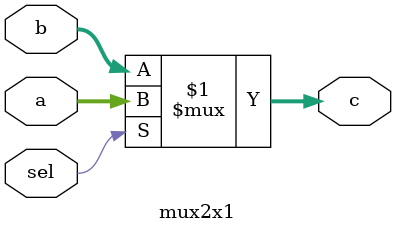
<source format=v>
module mux2x1 #(parameter N = 32) (
    input wire [N-1:0] a,
    input wire [N-1:0] b,
    input wire sel,
    output wire [N-1:0]c
);

assign c = sel ? a:b;

endmodule
</source>
